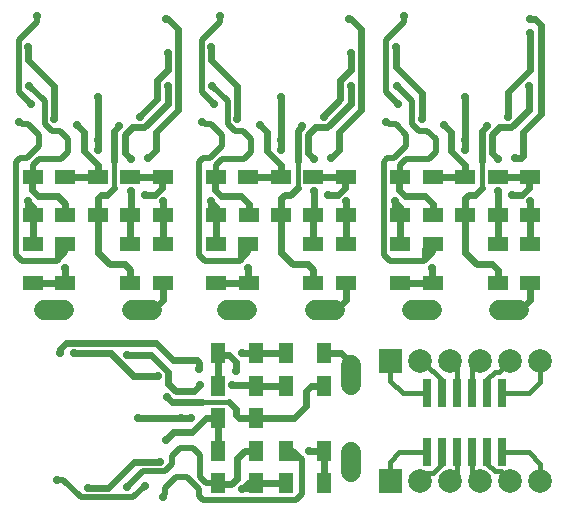
<source format=gbr>
%FSLAX34Y34*%
%MOMM*%
%LNCOPPER_BOTTOM*%
G71*
G01*
%ADD10C, 2.000*%
%ADD11R, 0.800X2.400*%
%ADD12C, 0.400*%
%ADD13C, 0.700*%
%ADD14C, 0.600*%
%ADD15C, 1.700*%
%ADD16R, 1.800X1.300*%
%ADD17C, 0.500*%
%ADD18R, 1.300X1.800*%
%LPD*%
G36*
X345597Y-461325D02*
X365597Y-461325D01*
X365597Y-481325D01*
X345597Y-481325D01*
X345597Y-461325D01*
G37*
X380997Y-471325D02*
G54D10*
D03*
X406397Y-471325D02*
G54D10*
D03*
X431797Y-471325D02*
G54D10*
D03*
X457197Y-471325D02*
G54D10*
D03*
X457197Y-369725D02*
G54D10*
D03*
X431797Y-369725D02*
G54D10*
D03*
X406397Y-369725D02*
G54D10*
D03*
X380997Y-369725D02*
G54D10*
D03*
G36*
X345597Y-359725D02*
X365597Y-359725D01*
X365597Y-379725D01*
X345597Y-379725D01*
X345597Y-359725D01*
G37*
X482597Y-471325D02*
G54D10*
D03*
X482597Y-369725D02*
G54D10*
D03*
X387000Y-397000D02*
G54D11*
D03*
X399700Y-397000D02*
G54D11*
D03*
X412400Y-397000D02*
G54D11*
D03*
X425100Y-397000D02*
G54D11*
D03*
X437800Y-397000D02*
G54D11*
D03*
X450500Y-397000D02*
G54D11*
D03*
X450500Y-447000D02*
G54D11*
D03*
X437800Y-447000D02*
G54D11*
D03*
X425100Y-447000D02*
G54D11*
D03*
X412400Y-447000D02*
G54D11*
D03*
X399700Y-447000D02*
G54D11*
D03*
X387000Y-447000D02*
G54D11*
D03*
G54D12*
X355597Y-369725D02*
X355597Y-386597D01*
X366000Y-397000D01*
X387000Y-397000D01*
G54D12*
X380997Y-369725D02*
X382725Y-369725D01*
X400000Y-387000D01*
X400000Y-396700D01*
X399700Y-397000D01*
G54D12*
X412400Y-397000D02*
X412400Y-375728D01*
X406397Y-369725D01*
G54D12*
X425100Y-397000D02*
X425100Y-376422D01*
X431797Y-369725D01*
G54D12*
X437800Y-397000D02*
X437800Y-385200D01*
X444000Y-379000D01*
X447922Y-379000D01*
X457197Y-369725D01*
G54D12*
X482597Y-369725D02*
X482597Y-387403D01*
X473000Y-397000D01*
X450500Y-397000D01*
G54D12*
X482597Y-471325D02*
X482597Y-456597D01*
X473000Y-447000D01*
X450500Y-447000D01*
G54D12*
X437800Y-447000D02*
X437800Y-456800D01*
X444000Y-463000D01*
X448872Y-463000D01*
X457197Y-471325D01*
G54D12*
X425100Y-447000D02*
X425100Y-464628D01*
X431797Y-471325D01*
G54D12*
X412400Y-447000D02*
X412400Y-465322D01*
X406397Y-471325D01*
G54D12*
X399700Y-447000D02*
X399700Y-457300D01*
X392000Y-465000D01*
X387322Y-465000D01*
X380997Y-471325D01*
G54D12*
X387000Y-447000D02*
X363000Y-447000D01*
X355000Y-455000D01*
X355000Y-470728D01*
X355597Y-471325D01*
X108000Y-146000D02*
G54D13*
D03*
X166000Y-80000D02*
G54D13*
D03*
X167000Y-109000D02*
G54D13*
D03*
X167000Y-137000D02*
G54D13*
D03*
X126000Y-171000D02*
G54D13*
D03*
X90000Y-170000D02*
G54D13*
D03*
X50000Y-137000D02*
G54D13*
D03*
X49000Y-104000D02*
G54D13*
D03*
X56000Y-78000D02*
G54D13*
D03*
G54D14*
X108000Y-149000D02*
X108000Y-183000D01*
G54D15*
X136500Y-326500D02*
X153500Y-326500D01*
G54D15*
X62500Y-326500D02*
X79500Y-326500D01*
X52900Y-213600D02*
G54D16*
D03*
X53000Y-246100D02*
G54D16*
D03*
X80400Y-213600D02*
G54D16*
D03*
X80500Y-246100D02*
G54D16*
D03*
X107900Y-213600D02*
G54D16*
D03*
X108000Y-246100D02*
G54D16*
D03*
X135400Y-213600D02*
G54D16*
D03*
X135500Y-246100D02*
G54D16*
D03*
X162900Y-213600D02*
G54D16*
D03*
X163000Y-246100D02*
G54D16*
D03*
X52900Y-271100D02*
G54D16*
D03*
X53000Y-303600D02*
G54D16*
D03*
X80400Y-271100D02*
G54D16*
D03*
X80500Y-303600D02*
G54D16*
D03*
X135400Y-271100D02*
G54D16*
D03*
X135500Y-303600D02*
G54D16*
D03*
X162900Y-271100D02*
G54D16*
D03*
X163000Y-303600D02*
G54D16*
D03*
G54D14*
X163000Y-318000D02*
X163000Y-303600D01*
G54D14*
X162900Y-271100D02*
X162900Y-246200D01*
X163000Y-246100D01*
G54D14*
X162900Y-213600D02*
X135400Y-213600D01*
G54D14*
X135500Y-246100D02*
X135500Y-271000D01*
X135400Y-271100D01*
G54D14*
X135500Y-303600D02*
X135500Y-292500D01*
X131000Y-288000D01*
X118000Y-288000D01*
X108000Y-278000D01*
X108000Y-246100D01*
G54D14*
X107900Y-213600D02*
X80400Y-213600D01*
G54D14*
X80500Y-246100D02*
X80500Y-236500D01*
X74000Y-230000D01*
X57000Y-230000D01*
X52000Y-225000D01*
X52000Y-214500D01*
X52900Y-213600D01*
G54D14*
X53000Y-246100D02*
X53000Y-271000D01*
X52900Y-271100D01*
G54D14*
X53000Y-303600D02*
X80500Y-303600D01*
G54D14*
X166000Y-80000D02*
X167000Y-80000D01*
X176000Y-89000D01*
X176000Y-157000D01*
X157000Y-176000D01*
X157000Y-191000D01*
X150000Y-198000D01*
X150000Y-198000D02*
G54D13*
D03*
X163000Y-234000D02*
G54D13*
D03*
G54D14*
X163000Y-234000D02*
X163000Y-246100D01*
G54D14*
X167000Y-109000D02*
X167000Y-123000D01*
X158000Y-132000D01*
X158000Y-148000D01*
X144000Y-162000D01*
G54D14*
X126000Y-171000D02*
X122000Y-175000D01*
X122000Y-200000D01*
X136000Y-226000D02*
G54D13*
D03*
G54D14*
X136000Y-246000D02*
X136000Y-226000D01*
X136000Y-199000D02*
G54D13*
D03*
X144000Y-163000D02*
G54D13*
D03*
X148000Y-229000D02*
G54D13*
D03*
G54D14*
X148000Y-229000D02*
X156000Y-229000D01*
X162000Y-223000D01*
X162000Y-214500D01*
X162900Y-213600D01*
G54D17*
X80400Y-271100D02*
X80400Y-277600D01*
X73000Y-285000D01*
X44000Y-285000D01*
X39000Y-280000D01*
X39000Y-201000D01*
X42000Y-198000D01*
G54D17*
X42000Y-198000D02*
X48000Y-198000D01*
X58000Y-188000D01*
X58000Y-178000D01*
X49000Y-169000D01*
X44000Y-169000D01*
X41000Y-167000D01*
G54D17*
X52900Y-213600D02*
X52900Y-204100D01*
X58000Y-199000D01*
X77000Y-199000D01*
X83000Y-193000D01*
X83000Y-182000D01*
X76000Y-175000D01*
X69000Y-175000D01*
X63000Y-169000D01*
X63000Y-150000D01*
X50000Y-137000D01*
X48500Y-234000D02*
G54D13*
D03*
G54D14*
X48000Y-234000D02*
X53000Y-239000D01*
X53000Y-246100D01*
X71000Y-165000D02*
G54D13*
D03*
X41000Y-167000D02*
G54D13*
D03*
G54D14*
X71000Y-165000D02*
X71000Y-137000D01*
X49000Y-115000D01*
X49000Y-104000D01*
G54D17*
X56000Y-78000D02*
X56000Y-83000D01*
X41000Y-98000D01*
X41000Y-142000D01*
X51000Y-152000D01*
X80000Y-291000D02*
G54D13*
D03*
G54D14*
X80000Y-291000D02*
X80000Y-303100D01*
X80500Y-303600D01*
X51000Y-152000D02*
G54D13*
D03*
X108000Y-183000D02*
G54D13*
D03*
X108000Y-191000D02*
G54D13*
D03*
G54D14*
X108000Y-183000D02*
X108000Y-191000D01*
G54D14*
X107900Y-213600D02*
X107900Y-203900D01*
X96000Y-192000D01*
X96000Y-176000D01*
X90000Y-170000D01*
G54D14*
X167000Y-137000D02*
X167000Y-152000D01*
X147000Y-172000D01*
X137000Y-172000D01*
X131000Y-178000D01*
X131000Y-194000D01*
X136000Y-199000D01*
G54D14*
X108000Y-246100D02*
X108000Y-232000D01*
X111000Y-229000D01*
X116000Y-229000D01*
X122000Y-223000D01*
G54D12*
X122000Y-223000D02*
X122000Y-200000D01*
G54D12*
X48000Y-234000D02*
X48000Y-240000D01*
X50000Y-242000D01*
G54D17*
X74000Y-275000D02*
X74000Y-284000D01*
X73000Y-285000D01*
G54D17*
X77000Y-274000D02*
X77000Y-278000D01*
G54D14*
X145000Y-326500D02*
X154500Y-326500D01*
X163000Y-318000D01*
X263000Y-146000D02*
G54D13*
D03*
X321000Y-80000D02*
G54D13*
D03*
X322000Y-109000D02*
G54D13*
D03*
X322000Y-137000D02*
G54D13*
D03*
X281000Y-171000D02*
G54D13*
D03*
X245000Y-170000D02*
G54D13*
D03*
X205000Y-137000D02*
G54D13*
D03*
X204000Y-104000D02*
G54D13*
D03*
X211000Y-78000D02*
G54D13*
D03*
G54D14*
X263000Y-149000D02*
X263000Y-183000D01*
G54D15*
X291500Y-326500D02*
X308500Y-326500D01*
G54D15*
X217500Y-326500D02*
X234500Y-326500D01*
X207900Y-213600D02*
G54D16*
D03*
X208000Y-246100D02*
G54D16*
D03*
X235400Y-213600D02*
G54D16*
D03*
X235500Y-246100D02*
G54D16*
D03*
X262900Y-213600D02*
G54D16*
D03*
X263000Y-246100D02*
G54D16*
D03*
X290400Y-213600D02*
G54D16*
D03*
X290500Y-246100D02*
G54D16*
D03*
X317900Y-213600D02*
G54D16*
D03*
X318000Y-246100D02*
G54D16*
D03*
X207900Y-271100D02*
G54D16*
D03*
X208000Y-303600D02*
G54D16*
D03*
X235400Y-271100D02*
G54D16*
D03*
X235500Y-303600D02*
G54D16*
D03*
X290400Y-271100D02*
G54D16*
D03*
X290500Y-303600D02*
G54D16*
D03*
X317900Y-271100D02*
G54D16*
D03*
X318000Y-303600D02*
G54D16*
D03*
G54D14*
X318000Y-318000D02*
X318000Y-303600D01*
G54D14*
X317900Y-271100D02*
X317900Y-246200D01*
X318000Y-246100D01*
G54D14*
X317900Y-213600D02*
X290400Y-213600D01*
G54D14*
X290500Y-246100D02*
X290500Y-271000D01*
X290400Y-271100D01*
G54D14*
X290500Y-303600D02*
X290500Y-292500D01*
X286000Y-288000D01*
X273000Y-288000D01*
X263000Y-278000D01*
X263000Y-246100D01*
G54D14*
X262900Y-213600D02*
X235400Y-213600D01*
G54D14*
X235500Y-246100D02*
X235500Y-236500D01*
X229000Y-230000D01*
X212000Y-230000D01*
X207000Y-225000D01*
X207000Y-214500D01*
X207900Y-213600D01*
G54D14*
X208000Y-246100D02*
X208000Y-271000D01*
X207900Y-271100D01*
G54D14*
X208000Y-303600D02*
X235500Y-303600D01*
G54D14*
X321000Y-80000D02*
X322000Y-80000D01*
X331000Y-89000D01*
X331000Y-157000D01*
X312000Y-176000D01*
X312000Y-191000D01*
X305000Y-198000D01*
X305000Y-198000D02*
G54D13*
D03*
X318000Y-234000D02*
G54D13*
D03*
G54D14*
X318000Y-234000D02*
X318000Y-246100D01*
G54D14*
X322000Y-109000D02*
X322000Y-123000D01*
X313000Y-132000D01*
X313000Y-148000D01*
X299000Y-162000D01*
G54D14*
X281000Y-171000D02*
X277000Y-175000D01*
X277000Y-200000D01*
X291000Y-226000D02*
G54D13*
D03*
G54D14*
X291000Y-246000D02*
X291000Y-226000D01*
X291000Y-199000D02*
G54D13*
D03*
X299000Y-163000D02*
G54D13*
D03*
X303000Y-229000D02*
G54D13*
D03*
G54D14*
X303000Y-229000D02*
X311000Y-229000D01*
X317000Y-223000D01*
X317000Y-214500D01*
X317900Y-213600D01*
G54D17*
X235400Y-271100D02*
X235400Y-277600D01*
X228000Y-285000D01*
X199000Y-285000D01*
X194000Y-280000D01*
X194000Y-201000D01*
X197000Y-198000D01*
G54D17*
X197000Y-198000D02*
X203000Y-198000D01*
X213000Y-188000D01*
X213000Y-178000D01*
X204000Y-169000D01*
X199000Y-169000D01*
X196000Y-167000D01*
G54D17*
X207900Y-213600D02*
X207900Y-204100D01*
X213000Y-199000D01*
X232000Y-199000D01*
X238000Y-193000D01*
X238000Y-182000D01*
X231000Y-175000D01*
X224000Y-175000D01*
X218000Y-169000D01*
X218000Y-150000D01*
X205000Y-137000D01*
X203500Y-234000D02*
G54D13*
D03*
G54D14*
X203000Y-234000D02*
X208000Y-239000D01*
X208000Y-246100D01*
X226000Y-165000D02*
G54D13*
D03*
X196000Y-167000D02*
G54D13*
D03*
G54D14*
X226000Y-165000D02*
X226000Y-137000D01*
X204000Y-115000D01*
X204000Y-104000D01*
G54D17*
X211000Y-78000D02*
X211000Y-83000D01*
X196000Y-98000D01*
X196000Y-142000D01*
X206000Y-152000D01*
X235000Y-291000D02*
G54D13*
D03*
G54D14*
X235000Y-291000D02*
X235000Y-303100D01*
X235500Y-303600D01*
X206000Y-152000D02*
G54D13*
D03*
X263000Y-183000D02*
G54D13*
D03*
X263000Y-191000D02*
G54D13*
D03*
G54D14*
X263000Y-183000D02*
X263000Y-191000D01*
G54D14*
X262900Y-213600D02*
X262900Y-203900D01*
X251000Y-192000D01*
X251000Y-176000D01*
X245000Y-170000D01*
G54D14*
X322000Y-137000D02*
X322000Y-152000D01*
X302000Y-172000D01*
X292000Y-172000D01*
X286000Y-178000D01*
X286000Y-194000D01*
X291000Y-199000D01*
G54D14*
X263000Y-246100D02*
X263000Y-232000D01*
X266000Y-229000D01*
X271000Y-229000D01*
X277000Y-223000D01*
G54D12*
X277000Y-223000D02*
X277000Y-200000D01*
G54D12*
X203000Y-234000D02*
X203000Y-240000D01*
X205000Y-242000D01*
G54D17*
X229000Y-275000D02*
X229000Y-284000D01*
X228000Y-285000D01*
G54D17*
X232000Y-274000D02*
X232000Y-278000D01*
G54D14*
X300000Y-326500D02*
X309500Y-326500D01*
X318000Y-318000D01*
X141750Y-418250D02*
G54D13*
D03*
X75750Y-363250D02*
G54D13*
D03*
X87750Y-363250D02*
G54D13*
D03*
X132750Y-364250D02*
G54D13*
D03*
X166750Y-400250D02*
G54D13*
D03*
X165750Y-436250D02*
G54D13*
D03*
X132750Y-476250D02*
G54D13*
D03*
X99750Y-477250D02*
G54D13*
D03*
X73750Y-470250D02*
G54D13*
D03*
G54D14*
X144750Y-418250D02*
X178750Y-418250D01*
G54D15*
X322250Y-389750D02*
X322250Y-372750D01*
G54D15*
X322250Y-463750D02*
X322250Y-446750D01*
X209350Y-473350D02*
G54D18*
D03*
X241850Y-473250D02*
G54D18*
D03*
X209350Y-445850D02*
G54D18*
D03*
X241850Y-445750D02*
G54D18*
D03*
X209350Y-418350D02*
G54D18*
D03*
X241850Y-418250D02*
G54D18*
D03*
X209350Y-390850D02*
G54D18*
D03*
X241850Y-390750D02*
G54D18*
D03*
X209350Y-363350D02*
G54D18*
D03*
X241850Y-363250D02*
G54D18*
D03*
X266850Y-473350D02*
G54D18*
D03*
X299350Y-473250D02*
G54D18*
D03*
X266850Y-445850D02*
G54D18*
D03*
X299350Y-445750D02*
G54D18*
D03*
X266850Y-390850D02*
G54D18*
D03*
X299350Y-390750D02*
G54D18*
D03*
X266850Y-363350D02*
G54D18*
D03*
X299350Y-363250D02*
G54D18*
D03*
G54D14*
X313750Y-363250D02*
X299350Y-363250D01*
G54D14*
X266850Y-363350D02*
X241950Y-363350D01*
X241850Y-363250D01*
G54D14*
X209350Y-363350D02*
X209350Y-390850D01*
G54D14*
X241850Y-390750D02*
X266750Y-390750D01*
X266850Y-390850D01*
G54D14*
X299350Y-390750D02*
X288250Y-390750D01*
X283750Y-395250D01*
X283750Y-408250D01*
X273750Y-418250D01*
X241850Y-418250D01*
G54D14*
X209350Y-418350D02*
X209350Y-445850D01*
G54D14*
X241850Y-445750D02*
X232250Y-445750D01*
X225750Y-452250D01*
X225750Y-469250D01*
X220750Y-474250D01*
X210250Y-474250D01*
X209350Y-473350D01*
G54D14*
X241850Y-473250D02*
X266750Y-473250D01*
X266850Y-473350D01*
G54D14*
X299350Y-473250D02*
X299350Y-445750D01*
G54D14*
X75750Y-363250D02*
X75750Y-359250D01*
X80750Y-354250D01*
X156750Y-354250D01*
X171750Y-369250D01*
X191750Y-369250D01*
X193750Y-371250D01*
X193750Y-376250D01*
X193750Y-376250D02*
G54D13*
D03*
X229750Y-363250D02*
G54D13*
D03*
G54D14*
X229750Y-363250D02*
X241850Y-363250D01*
G54D14*
X166750Y-400250D02*
X170750Y-404250D01*
X195750Y-404250D01*
X221750Y-390250D02*
G54D13*
D03*
G54D14*
X241750Y-390250D02*
X221750Y-390250D01*
X194750Y-390250D02*
G54D13*
D03*
X158750Y-382250D02*
G54D13*
D03*
X224750Y-378250D02*
G54D13*
D03*
G54D14*
X224750Y-378250D02*
X224750Y-370250D01*
X218750Y-364250D01*
X210250Y-364250D01*
X209350Y-363350D01*
G54D17*
X266850Y-445850D02*
X273350Y-445850D01*
X280750Y-453250D01*
X280750Y-482250D01*
X275750Y-487250D01*
X196750Y-487250D01*
X193750Y-484250D01*
G54D17*
X193750Y-484250D02*
X193750Y-478250D01*
X183750Y-468250D01*
X173750Y-468250D01*
X164750Y-477250D01*
X164750Y-482250D01*
X162750Y-485250D01*
G54D17*
X209350Y-473350D02*
X199850Y-473350D01*
X194750Y-468250D01*
X194750Y-449250D01*
X188750Y-443250D01*
X177750Y-443250D01*
X170750Y-450250D01*
X170750Y-457250D01*
X164750Y-463250D01*
X145750Y-463250D01*
X132750Y-476250D01*
X229750Y-477750D02*
G54D13*
D03*
G54D14*
X229750Y-478250D02*
X234750Y-473250D01*
X241850Y-473250D01*
X160750Y-455250D02*
G54D13*
D03*
X162750Y-485250D02*
G54D13*
D03*
G54D14*
X160750Y-455250D02*
X138750Y-455250D01*
X116750Y-477250D01*
X99750Y-477250D01*
G54D17*
X73750Y-470250D02*
X78750Y-470250D01*
X93750Y-485250D01*
X137750Y-485250D01*
X147750Y-475250D01*
X286750Y-446250D02*
G54D13*
D03*
G54D14*
X286750Y-446250D02*
X298850Y-446250D01*
X299350Y-445750D01*
X147750Y-475250D02*
G54D13*
D03*
X178750Y-418250D02*
G54D13*
D03*
X186750Y-418250D02*
G54D13*
D03*
G54D14*
X178750Y-418250D02*
X186750Y-418250D01*
G54D14*
X209350Y-418350D02*
X199650Y-418350D01*
X187750Y-430250D01*
X171750Y-430250D01*
X165750Y-436250D01*
G54D14*
X132750Y-364250D02*
X152750Y-364250D01*
X167750Y-379250D01*
X167750Y-389250D01*
X173750Y-395250D01*
X189750Y-395250D01*
X194750Y-390250D01*
G54D14*
X241850Y-418250D02*
X227750Y-418250D01*
X224750Y-415250D01*
X224750Y-410250D01*
X218750Y-404250D01*
G54D12*
X218750Y-404250D02*
X195750Y-404250D01*
G54D12*
X229750Y-478250D02*
X235750Y-478250D01*
X237750Y-476250D01*
G54D17*
X270750Y-452250D02*
X279750Y-452250D01*
X280750Y-453250D01*
G54D17*
X269750Y-449250D02*
X273750Y-449250D01*
G54D14*
X322250Y-381250D02*
X322250Y-371750D01*
X313750Y-363250D01*
G54D14*
X87750Y-363250D02*
X118750Y-363250D01*
X137750Y-382250D01*
X158750Y-382250D01*
X419000Y-146000D02*
G54D13*
D03*
X474000Y-80000D02*
G54D13*
D03*
X474000Y-92000D02*
G54D13*
D03*
X473000Y-137000D02*
G54D13*
D03*
X437000Y-171000D02*
G54D13*
D03*
X401000Y-170000D02*
G54D13*
D03*
X361000Y-137000D02*
G54D13*
D03*
X360000Y-104000D02*
G54D13*
D03*
X367000Y-78000D02*
G54D13*
D03*
G54D14*
X419000Y-149000D02*
X419000Y-183000D01*
G54D15*
X447500Y-326500D02*
X464500Y-326500D01*
G54D15*
X373500Y-326500D02*
X390500Y-326500D01*
X363900Y-213600D02*
G54D16*
D03*
X364000Y-246100D02*
G54D16*
D03*
X391400Y-213600D02*
G54D16*
D03*
X391500Y-246100D02*
G54D16*
D03*
X418900Y-213600D02*
G54D16*
D03*
X419000Y-246100D02*
G54D16*
D03*
X446400Y-213600D02*
G54D16*
D03*
X446500Y-246100D02*
G54D16*
D03*
X473900Y-213600D02*
G54D16*
D03*
X474000Y-246100D02*
G54D16*
D03*
X363900Y-271100D02*
G54D16*
D03*
X364000Y-303600D02*
G54D16*
D03*
X391400Y-271100D02*
G54D16*
D03*
X391500Y-303600D02*
G54D16*
D03*
X446400Y-271100D02*
G54D16*
D03*
X446500Y-303600D02*
G54D16*
D03*
X473900Y-271100D02*
G54D16*
D03*
X474000Y-303600D02*
G54D16*
D03*
G54D14*
X474000Y-318000D02*
X474000Y-303600D01*
G54D14*
X473900Y-271100D02*
X473900Y-246200D01*
X474000Y-246100D01*
G54D14*
X473900Y-213600D02*
X446400Y-213600D01*
G54D14*
X446500Y-246100D02*
X446500Y-271000D01*
X446400Y-271100D01*
G54D14*
X446500Y-303600D02*
X446500Y-292500D01*
X442000Y-288000D01*
X429000Y-288000D01*
X419000Y-278000D01*
X419000Y-246100D01*
G54D14*
X418900Y-213600D02*
X391400Y-213600D01*
G54D14*
X391500Y-246100D02*
X391500Y-236500D01*
X385000Y-230000D01*
X368000Y-230000D01*
X363000Y-225000D01*
X363000Y-214500D01*
X363900Y-213600D01*
G54D14*
X364000Y-246100D02*
X364000Y-271000D01*
X363900Y-271100D01*
G54D14*
X364000Y-303600D02*
X391500Y-303600D01*
G54D14*
X474000Y-80000D02*
X478000Y-80000D01*
X483000Y-85000D01*
X483000Y-161000D01*
X468000Y-176000D01*
X468000Y-196000D01*
X466000Y-198000D01*
X461000Y-198000D01*
X461000Y-198000D02*
G54D13*
D03*
X474000Y-234000D02*
G54D13*
D03*
G54D14*
X474000Y-234000D02*
X474000Y-246100D01*
G54D14*
X437000Y-171000D02*
X433000Y-175000D01*
X433000Y-200000D01*
X447000Y-226000D02*
G54D13*
D03*
G54D14*
X447000Y-246000D02*
X447000Y-226000D01*
X447000Y-199000D02*
G54D13*
D03*
X455000Y-163000D02*
G54D13*
D03*
X459000Y-229000D02*
G54D13*
D03*
G54D14*
X459000Y-229000D02*
X467000Y-229000D01*
X473000Y-223000D01*
X473000Y-214500D01*
X473900Y-213600D01*
G54D17*
X391400Y-271100D02*
X391400Y-277600D01*
X384000Y-285000D01*
X355000Y-285000D01*
X350000Y-280000D01*
X350000Y-201000D01*
X353000Y-198000D01*
G54D17*
X353000Y-198000D02*
X359000Y-198000D01*
X369000Y-188000D01*
X369000Y-178000D01*
X360000Y-169000D01*
X355000Y-169000D01*
X352000Y-167000D01*
G54D17*
X363900Y-213600D02*
X363900Y-204100D01*
X369000Y-199000D01*
X388000Y-199000D01*
X394000Y-193000D01*
X394000Y-182000D01*
X387000Y-175000D01*
X380000Y-175000D01*
X374000Y-169000D01*
X374000Y-150000D01*
X361000Y-137000D01*
X359500Y-234000D02*
G54D13*
D03*
G54D14*
X359000Y-234000D02*
X364000Y-239000D01*
X364000Y-246100D01*
X382000Y-165000D02*
G54D13*
D03*
X352000Y-167000D02*
G54D13*
D03*
G54D14*
X382000Y-165000D02*
X382000Y-143000D01*
X360000Y-121000D01*
X360000Y-104000D01*
G54D17*
X367000Y-78000D02*
X367000Y-83000D01*
X352000Y-98000D01*
X352000Y-142000D01*
X362000Y-152000D01*
X391000Y-291000D02*
G54D13*
D03*
G54D14*
X391000Y-291000D02*
X391000Y-303100D01*
X391500Y-303600D01*
X362000Y-152000D02*
G54D13*
D03*
X419000Y-183000D02*
G54D13*
D03*
X419000Y-191000D02*
G54D13*
D03*
G54D14*
X419000Y-183000D02*
X419000Y-191000D01*
G54D14*
X418900Y-213600D02*
X418900Y-203900D01*
X407000Y-192000D01*
X407000Y-176000D01*
X401000Y-170000D01*
G54D14*
X473000Y-137000D02*
X473000Y-157000D01*
X458000Y-172000D01*
X448000Y-172000D01*
X442000Y-178000D01*
X442000Y-194000D01*
X447000Y-199000D01*
G54D14*
X419000Y-246100D02*
X419000Y-232000D01*
X422000Y-229000D01*
X427000Y-229000D01*
X433000Y-223000D01*
G54D12*
X433000Y-223000D02*
X433000Y-200000D01*
G54D12*
X359000Y-234000D02*
X359000Y-240000D01*
X361000Y-242000D01*
G54D17*
X385000Y-275000D02*
X385000Y-284000D01*
X384000Y-285000D01*
G54D17*
X388000Y-274000D02*
X388000Y-278000D01*
G54D14*
X456000Y-326500D02*
X465500Y-326500D01*
X474000Y-318000D01*
G54D14*
X474000Y-92000D02*
X474000Y-123000D01*
X455000Y-142000D01*
X455000Y-163000D01*
M02*

</source>
